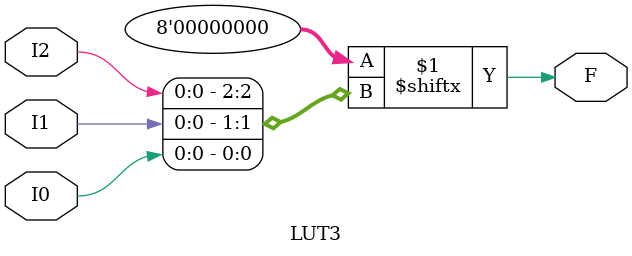
<source format=v>
`ifdef verilator3
`else
`timescale 1 ps / 1 ps
`endif

module LUT3
#(
    parameter [7:0] INIT = 8'b0
)
(
    input  I0,
    input  I1,
    input  I2,
    output F
);

    assign F = INIT[{I2, I1, I0}];

endmodule

</source>
